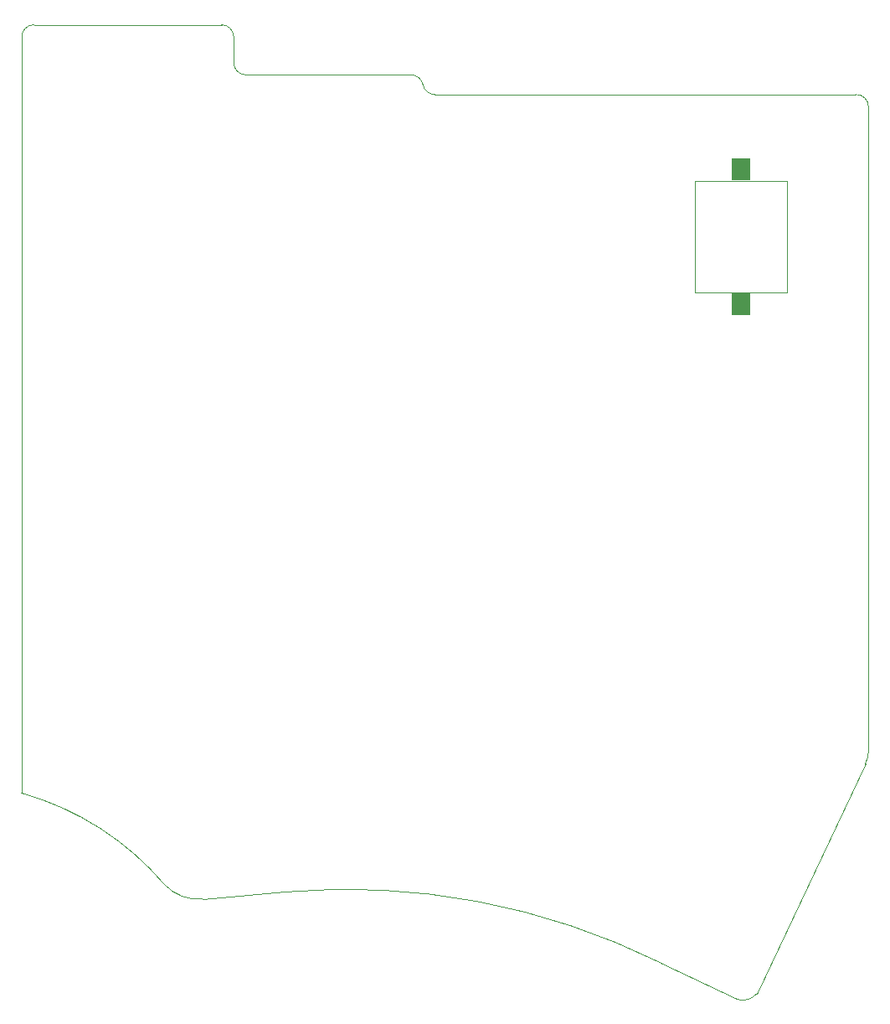
<source format=gbp>
%TF.GenerationSoftware,KiCad,Pcbnew,(7.0.0-0)*%
%TF.CreationDate,2023-05-01T13:52:14-07:00*%
%TF.ProjectId,keyboard_pcb,6b657962-6f61-4726-945f-7063622e6b69,rev1.0*%
%TF.SameCoordinates,PX78114e0PY44b6550*%
%TF.FileFunction,Paste,Bot*%
%TF.FilePolarity,Positive*%
%FSLAX46Y46*%
G04 Gerber Fmt 4.6, Leading zero omitted, Abs format (unit mm)*
G04 Created by KiCad (PCBNEW (7.0.0-0)) date 2023-05-01 13:52:14*
%MOMM*%
%LPD*%
G01*
G04 APERTURE LIST*
%ADD10R,1.955800X2.311400*%
%TA.AperFunction,Profile*%
%ADD11C,0.100000*%
%TD*%
%TA.AperFunction,Profile*%
%ADD12C,0.120000*%
%TD*%
G04 APERTURE END LIST*
D10*
%TO.C,LS1*%
X62084999Y15188999D03*
X62084999Y1599999D03*
%TD*%
D11*
X3790000Y-57090000D02*
G75*
G03*
X-10673448Y-47830000I-22363650J-19004969D01*
G01*
X63630000Y-68110000D02*
X74635831Y-44865940D01*
X3789970Y-57090029D02*
G75*
G03*
X7610000Y-58539999I3440030J3305929D01*
G01*
X29900001Y23770000D02*
G75*
G03*
X31110000Y22759999I1209999J219800D01*
G01*
X73670000Y22760000D02*
X31110000Y22760000D01*
X-10673448Y28570000D02*
X-10673448Y-47830000D01*
X-9436896Y29806552D02*
X9530000Y29806552D01*
X12003104Y24750000D02*
X28690000Y24750000D01*
X74960028Y21510000D02*
G75*
G03*
X73670000Y22759999I-1241028J9900D01*
G01*
X74635824Y-44865936D02*
G75*
G03*
X74959999Y-43570000I-2650524J1351536D01*
G01*
X10766552Y28570000D02*
X10766552Y25980000D01*
X15940000Y-57820000D02*
X7610000Y-58540000D01*
X53910000Y-64960000D02*
X61613868Y-68641488D01*
X29900008Y23770002D02*
G75*
G03*
X28690000Y24750000I-1210008J-257002D01*
G01*
X10766583Y25980000D02*
G75*
G03*
X12003104Y24750000I1230017J0D01*
G01*
X-9436896Y29806548D02*
G75*
G03*
X-10673448Y28570000I-4J-1236548D01*
G01*
X10766552Y28570000D02*
G75*
G03*
X9530000Y29806552I-1236552J0D01*
G01*
X74960000Y-43570000D02*
X74960000Y21510000D01*
X61613883Y-68641447D02*
G75*
G03*
X63629999Y-68109999I623117J1726047D01*
G01*
X53910001Y-64959998D02*
G75*
G03*
X15940000Y-57820000I-31697901J-64036302D01*
G01*
D12*
%TO.C,LS1*%
X66735000Y14044500D02*
X57435000Y14044500D01*
X57435000Y14044500D02*
X57435000Y2744500D01*
X57435000Y2744500D02*
X66735000Y2744500D01*
X66735000Y2744500D02*
X66735000Y14044500D01*
%TD*%
M02*

</source>
